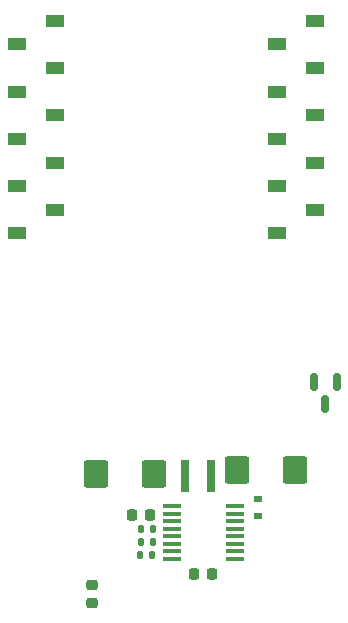
<source format=gbr>
%TF.GenerationSoftware,KiCad,Pcbnew,(6.0.4)*%
%TF.CreationDate,2022-08-11T15:59:35+02:00*%
%TF.ProjectId,STM32_DJI_Gimbal,53544d33-325f-4444-9a49-5f47696d6261,rev?*%
%TF.SameCoordinates,Original*%
%TF.FileFunction,Paste,Top*%
%TF.FilePolarity,Positive*%
%FSLAX46Y46*%
G04 Gerber Fmt 4.6, Leading zero omitted, Abs format (unit mm)*
G04 Created by KiCad (PCBNEW (6.0.4)) date 2022-08-11 15:59:35*
%MOMM*%
%LPD*%
G01*
G04 APERTURE LIST*
G04 Aperture macros list*
%AMRoundRect*
0 Rectangle with rounded corners*
0 $1 Rounding radius*
0 $2 $3 $4 $5 $6 $7 $8 $9 X,Y pos of 4 corners*
0 Add a 4 corners polygon primitive as box body*
4,1,4,$2,$3,$4,$5,$6,$7,$8,$9,$2,$3,0*
0 Add four circle primitives for the rounded corners*
1,1,$1+$1,$2,$3*
1,1,$1+$1,$4,$5*
1,1,$1+$1,$6,$7*
1,1,$1+$1,$8,$9*
0 Add four rect primitives between the rounded corners*
20,1,$1+$1,$2,$3,$4,$5,0*
20,1,$1+$1,$4,$5,$6,$7,0*
20,1,$1+$1,$6,$7,$8,$9,0*
20,1,$1+$1,$8,$9,$2,$3,0*%
G04 Aperture macros list end*
%ADD10R,1.600000X0.410000*%
%ADD11RoundRect,0.135000X0.135000X0.185000X-0.135000X0.185000X-0.135000X-0.185000X0.135000X-0.185000X0*%
%ADD12RoundRect,0.135000X-0.135000X-0.185000X0.135000X-0.185000X0.135000X0.185000X-0.135000X0.185000X0*%
%ADD13R,0.800000X2.700000*%
%ADD14R,0.700000X0.600000*%
%ADD15RoundRect,0.225000X0.250000X-0.225000X0.250000X0.225000X-0.250000X0.225000X-0.250000X-0.225000X0*%
%ADD16RoundRect,0.250000X-0.787500X-0.925000X0.787500X-0.925000X0.787500X0.925000X-0.787500X0.925000X0*%
%ADD17RoundRect,0.250000X0.787500X0.925000X-0.787500X0.925000X-0.787500X-0.925000X0.787500X-0.925000X0*%
%ADD18RoundRect,0.225000X-0.225000X-0.250000X0.225000X-0.250000X0.225000X0.250000X-0.225000X0.250000X0*%
%ADD19RoundRect,0.225000X0.225000X0.250000X-0.225000X0.250000X-0.225000X-0.250000X0.225000X-0.250000X0*%
%ADD20R,1.500000X1.000000*%
%ADD21RoundRect,0.150000X-0.150000X0.587500X-0.150000X-0.587500X0.150000X-0.587500X0.150000X0.587500X0*%
G04 APERTURE END LIST*
D10*
%TO.C,U2*%
X155808600Y-132115000D03*
X155808600Y-132750000D03*
X155808600Y-133385000D03*
X155808600Y-134020000D03*
X155808600Y-134655000D03*
X155808600Y-135290000D03*
X155808600Y-135925000D03*
X155808600Y-136560000D03*
X150500000Y-136560000D03*
X150500000Y-135925000D03*
X150500000Y-135290000D03*
X150500000Y-134655000D03*
X150500000Y-134020000D03*
X150500000Y-133385000D03*
X150500000Y-132750000D03*
X150500000Y-132115000D03*
%TD*%
D11*
%TO.C,R3*%
X148914300Y-134000000D03*
X147894300Y-134000000D03*
%TD*%
D12*
%TO.C,R2*%
X147894300Y-135087500D03*
X148914300Y-135087500D03*
%TD*%
%TO.C,R1*%
X148846000Y-136250000D03*
X147826000Y-136250000D03*
%TD*%
D13*
%TO.C,L1*%
X151650000Y-129500000D03*
X153850000Y-129500000D03*
%TD*%
D14*
%TO.C,D1*%
X157800000Y-132900000D03*
X157800000Y-131500000D03*
%TD*%
D15*
%TO.C,C5*%
X143750000Y-140275000D03*
X143750000Y-138725000D03*
%TD*%
D16*
%TO.C,C4*%
X160962500Y-129000000D03*
X156037500Y-129000000D03*
%TD*%
D17*
%TO.C,C3*%
X148962500Y-129337500D03*
X144037500Y-129337500D03*
%TD*%
D18*
%TO.C,C2*%
X152379300Y-137837500D03*
X153929300Y-137837500D03*
%TD*%
D19*
%TO.C,C1*%
X148679300Y-132837500D03*
X147129300Y-132837500D03*
%TD*%
D20*
%TO.C,P2*%
X162600000Y-91000000D03*
X159400000Y-93000000D03*
X162600000Y-95000000D03*
X159400000Y-97000000D03*
X162600000Y-99000000D03*
X159400000Y-101000000D03*
X162600000Y-103000000D03*
X159400000Y-105000000D03*
X162600000Y-107000000D03*
X159400000Y-109000000D03*
%TD*%
%TO.C,P1*%
X137400000Y-109000000D03*
X140600000Y-107000000D03*
X137400000Y-105000000D03*
X140600000Y-103000000D03*
X137400000Y-101000000D03*
X140600000Y-99000000D03*
X137400000Y-97000000D03*
X140600000Y-95000000D03*
X137400000Y-93000000D03*
X140600000Y-91000000D03*
%TD*%
D21*
%TO.C,IC1*%
X164450000Y-121562500D03*
X162550000Y-121562500D03*
X163500000Y-123437500D03*
%TD*%
M02*

</source>
